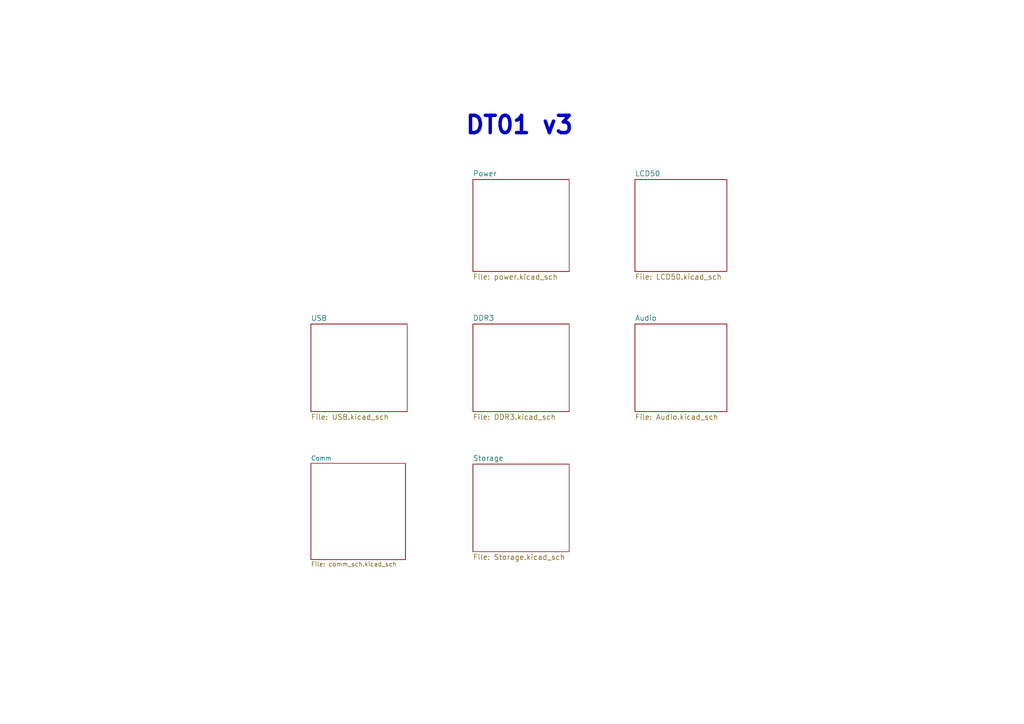
<source format=kicad_sch>
(kicad_sch (version 20230121) (generator eeschema)
  (paper "A4")
  (lib_symbols)
  (text "DT01 v3" (at 134.62 39.37 0) (effects (font (size 5.0038 5.0038) (thickness 1.0008) bold) (justify left bottom)))
  (sheet (at 137.16 52.07) (size 27.94 26.67)
    (property "Sheetname" "Power" (at 137.16 51.2314 0) (effects (font (size 1.524 1.524)) (justify left bottom)))
    (property "Sheetfile" "power.kicad_sch" (at 137.16 79.4262 0) (effects (font (size 1.524 1.524)) (justify left top)))
  )
  (sheet (at 184.15 93.98) (size 26.67 25.4)
    (property "Sheetname" "Audio" (at 184.15 93.1414 0) (effects (font (size 1.524 1.524)) (justify left bottom)))
    (property "Sheetfile" "Audio.kicad_sch" (at 184.15 120.0662 0) (effects (font (size 1.524 1.524)) (justify left top)))
  )
  (sheet (at 90.17 93.98) (size 27.94 25.4)
    (property "Sheetname" "USB" (at 90.17 93.1541 0) (effects (font (size 1.4986 1.4986)) (justify left bottom)))
    (property "Sheetfile" "USB.kicad_sch" (at 90.17 120.0662 0) (effects (font (size 1.524 1.524)) (justify left top)))
  )
  (sheet (at 137.16 93.98) (size 27.94 25.4)
    (property "Sheetname" "DDR3" (at 137.16 93.1414 0) (effects (font (size 1.524 1.524)) (justify left bottom)))
    (property "Sheetfile" "DDR3.kicad_sch" (at 137.16 120.0662 0) (effects (font (size 1.524 1.524)) (justify left top)))
  )
  (sheet (at 184.15 52.07) (size 26.67 26.67)
    (property "Sheetname" "LCD50" (at 184.15 51.2314 0) (effects (font (size 1.524 1.524)) (justify left bottom)))
    (property "Sheetfile" "LCD50.kicad_sch" (at 184.15 79.4262 0) (effects (font (size 1.524 1.524)) (justify left top)))
  )
  (sheet (at 137.16 134.62) (size 27.94 25.4)
    (property "Sheetname" "Storage" (at 137.16 133.7814 0) (effects (font (size 1.524 1.524)) (justify left bottom)))
    (property "Sheetfile" "Storage.kicad_sch" (at 137.16 160.7062 0) (effects (font (size 1.524 1.524)) (justify left top)))
  )
  (sheet (at 90.17 134.366) (size 27.432 27.94) (stroke (width 0.1524))
    (property "Sheetname" "Comm" (at 90.17 133.6544 0) (effects (justify left bottom)))
    (property "Sheetfile" "comm_sch.kicad_sch" (at 90.17 162.8906 0) (effects (justify left top)))
  )
)
</source>
